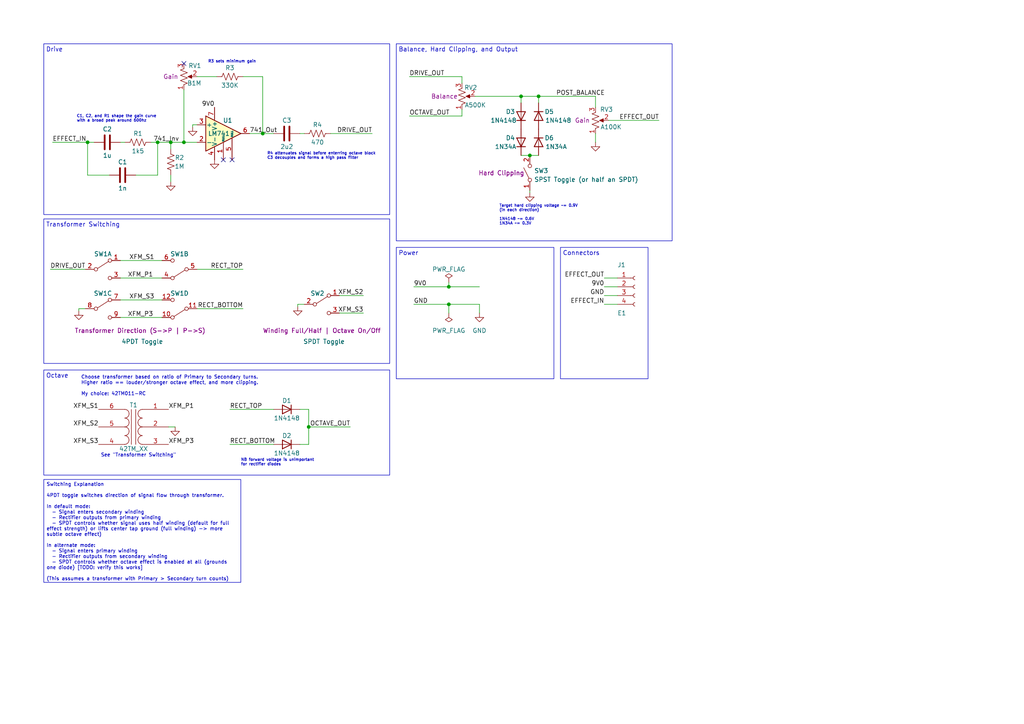
<source format=kicad_sch>
(kicad_sch (version 20230121) (generator eeschema)
  (paper "A4")
  (title_block (title "Ensemble fuzz effect") (date "2023-03-19") (rev "v0.021") (comment 1 "github.com/whbeers/ensemble"))
  (lib_symbols
    (symbol "Amplifier_Operational:LM741" (pin_names (offset 0.127))
      (property "Reference" "U" (at 0 6.35 0))
      (property "Value" "LM741" (at 0 3.81 0))
      (symbol "LM741_0_1"
        (polyline (pts (xy -5.08 5.08) (xy 5.08 0) (xy -5.08 -5.08) (xy -5.08 5.08)) (stroke (width 0.254)) (fill (type background)))
      )
      (symbol "LM741_1_1"
        (pin input line (at 0 -7.62 90) (length 5.08) (name "NULL") (number "1"))
        (pin input line (at -7.62 -2.54 0) (length 2.54) (name "-") (number "2"))
        (pin input line (at -7.62 2.54 0) (length 2.54) (name "+") (number "3"))
        (pin power_in line (at -2.54 -7.62 90) (length 3.81) (name "V-") (number "4"))
        (pin input line (at 2.54 -7.62 90) (length 6.35) (name "NULL") (number "5"))
        (pin output line (at 7.62 0 180) (length 2.54) (name "~") (number "6"))
        (pin power_in line (at -2.54 7.62 270) (length 3.81) (name "V+") (number "7"))
        (pin no_connect line (at 0 2.54 270) (length 2.54) hide (name "NC") (number "8"))
      )
    )
    (symbol "Connector:Conn_01x04_Socket" (pin_names (offset 1.016) hide)
      (property "Reference" "J" (at 0 5.08 0))
      (property "Value" "Conn_01x04_Socket" (at 0 -7.62 0))
      (symbol "Conn_01x04_Socket_1_1"
        (arc (start 0 -4.572) (mid -0.5058 -5.08) (end 0 -5.588) (stroke (width 0.1524)))
        (arc (start 0 -2.032) (mid -0.5058 -2.54) (end 0 -3.048) (stroke (width 0.1524)))
        (polyline (pts (xy -1.27 -5.08) (xy -0.508 -5.08)) (stroke (width 0.1524)))
        (polyline (pts (xy -1.27 -2.54) (xy -0.508 -2.54)) (stroke (width 0.1524)))
        (polyline (pts (xy -1.27 0) (xy -0.508 0)) (stroke (width 0.1524)))
        (polyline (pts (xy -1.27 2.54) (xy -0.508 2.54)) (stroke (width 0.1524)))
        (arc (start 0 0.508) (mid -0.5058 0) (end 0 -0.508) (stroke (width 0.1524)))
        (arc (start 0 3.048) (mid -0.5058 2.54) (end 0 2.032) (stroke (width 0.1524)))
        (pin passive line (at -5.08 2.54 0) (length 3.81) (name "Pin_1") (number "1"))
        (pin passive line (at -5.08 0 0) (length 3.81) (name "Pin_2") (number "2"))
        (pin passive line (at -5.08 -2.54 0) (length 3.81) (name "Pin_3") (number "3"))
        (pin passive line (at -5.08 -5.08 0) (length 3.81) (name "Pin_4") (number "4"))
      )
    )
    (symbol "Device:C" (pin_numbers hide) (pin_names (offset 0.254))
      (property "Reference" "C" (at 0.635 2.54 0))
      (property "Value" "C" (at 0.635 -2.54 0))
      (symbol "C_0_1"
        (polyline (pts (xy -2.032 -0.762) (xy 2.032 -0.762)) (stroke (width 0.508)))
        (polyline (pts (xy -2.032 0.762) (xy 2.032 0.762)) (stroke (width 0.508)))
      )
      (symbol "C_1_1"
        (pin passive line (at 0 3.81 270) (length 2.794) (name "~") (number "1"))
        (pin passive line (at 0 -3.81 90) (length 2.794) (name "~") (number "2"))
      )
    )
    (symbol "Device:D" (pin_numbers hide) (pin_names (offset 1.016) hide)
      (property "Reference" "D" (at 0 2.54 0))
      (property "Value" "D" (at 0 -2.54 0))
      (symbol "D_0_1"
        (polyline (pts (xy -1.27 1.27) (xy -1.27 -1.27)) (stroke (width 0.254)))
        (polyline (pts (xy 1.27 0) (xy -1.27 0)))
        (polyline (pts (xy 1.27 1.27) (xy 1.27 -1.27) (xy -1.27 0) (xy 1.27 1.27)) (stroke (width 0.254)))
      )
      (symbol "D_1_1"
        (pin passive line (at -3.81 0 0) (length 2.54) (name "K") (number "1"))
        (pin passive line (at 3.81 0 180) (length 2.54) (name "A") (number "2"))
      )
    )
    (symbol "Device:R_Potentiometer_US" (pin_names (offset 1.016) hide)
      (property "Reference" "RV" (at -4.445 0 90))
      (property "Value" "R_Potentiometer_US" (at -2.54 0 90))
      (symbol "R_Potentiometer_US_0_1"
        (polyline (pts (xy 0 -2.286) (xy 0 -2.54)))
        (polyline (pts (xy 0 2.54) (xy 0 2.286)))
        (polyline (pts (xy 2.54 0) (xy 1.524 0)))
        (polyline (pts (xy 1.143 0) (xy 2.286 0.508) (xy 2.286 -0.508) (xy 1.143 0)) (fill (type outline)))
        (polyline (pts (xy 0 -0.762) (xy 1.016 -1.143) (xy 0 -1.524) (xy -1.016 -1.905) (xy 0 -2.286)))
        (polyline (pts (xy 0 0.762) (xy 1.016 0.381) (xy 0 0) (xy -1.016 -0.381) (xy 0 -0.762)))
        (polyline (pts (xy 0 2.286) (xy 1.016 1.905) (xy 0 1.524) (xy -1.016 1.143) (xy 0 0.762)))
      )
      (symbol "R_Potentiometer_US_1_1"
        (pin passive line (at 0 3.81 270) (length 1.27) (name "1") (number "1"))
        (pin passive line (at 3.81 0 180) (length 1.27) (name "2") (number "2"))
        (pin passive line (at 0 -3.81 90) (length 1.27) (name "3") (number "3"))
      )
    )
    (symbol "Device:R_US" (pin_numbers hide) (pin_names (offset 0))
      (property "Reference" "R" (at 2.54 0 90))
      (property "Value" "R_US" (at -2.54 0 90))
      (symbol "R_US_0_1"
        (polyline (pts (xy 0 -2.286) (xy 0 -2.54)))
        (polyline (pts (xy 0 2.286) (xy 0 2.54)))
        (polyline (pts (xy 0 -0.762) (xy 1.016 -1.143) (xy 0 -1.524) (xy -1.016 -1.905) (xy 0 -2.286)))
        (polyline (pts (xy 0 0.762) (xy 1.016 0.381) (xy 0 0) (xy -1.016 -0.381) (xy 0 -0.762)))
        (polyline (pts (xy 0 2.286) (xy 1.016 1.905) (xy 0 1.524) (xy -1.016 1.143) (xy 0 0.762)))
      )
      (symbol "R_US_1_1"
        (pin passive line (at 0 3.81 270) (length 1.27) (name "~") (number "1"))
        (pin passive line (at 0 -3.81 90) (length 1.27) (name "~") (number "2"))
      )
    )
    (symbol "SW_4PDT_1" (pin_names hide)
      (property "Reference" "SW" (at 0 -2.54 0))
      (symbol "SW_4PDT_1_0_0"
        (circle (center -0.762 2.54) (radius 0.508))
        (circle (center 3.302 0) (radius 0.508))
      )
      (symbol "SW_4PDT_1_0_1"
        (polyline (pts (xy -0.254 2.794) (xy 2.921 4.826)))
        (circle (center 3.302 5.08) (radius 0.508))
      )
      (symbol "SW_4PDT_1_1_1"
        (pin passive line (at 6.35 5.08 180) (length 2.54) (name "A1") (number "1"))
        (pin passive line (at -3.81 2.54 0) (length 2.54) (name "A2") (number "2"))
        (pin passive line (at 6.35 0 180) (length 2.54) (name "A3") (number "3"))
      )
      (symbol "SW_4PDT_1_2_0"
        (pin passive line (at 6.35 5.08 180) (length 2.54) (name "B1") (number "4"))
        (pin passive line (at -3.81 2.54 0) (length 2.54) (name "B2") (number "5"))
        (pin passive line (at 6.35 0 180) (length 2.54) (name "B3") (number "6"))
      )
      (symbol "SW_4PDT_1_3_0"
        (pin passive line (at 6.35 5.08 180) (length 2.54) (name "C1") (number "7"))
        (pin passive line (at -3.81 2.54 0) (length 2.54) (name "C2") (number "8"))
        (pin passive line (at 6.35 0 180) (length 2.54) (name "C3") (number "9"))
      )
      (symbol "SW_4PDT_1_4_0"
        (pin passive line (at 6.35 5.08 180) (length 2.54) (name "D1") (number "10"))
        (pin passive line (at -3.81 2.54 0) (length 2.54) (name "D2") (number "11"))
        (pin passive line (at 6.35 0 180) (length 2.54) (name "D3") (number "12"))
      )
    )
    (symbol "SW_4PDT_2" (pin_names hide)
      (property "Reference" "SW" (at 0 -2.54 0))
      (symbol "SW_4PDT_2_0_0"
        (circle (center -0.762 2.54) (radius 0.508))
        (circle (center 3.302 0) (radius 0.508))
      )
      (symbol "SW_4PDT_2_0_1"
        (polyline (pts (xy -0.254 2.794) (xy 2.921 4.826)))
        (circle (center 3.302 5.08) (radius 0.508))
      )
      (symbol "SW_4PDT_2_1_1"
        (pin passive line (at 6.35 5.08 180) (length 2.54) (name "A1") (number "1"))
        (pin passive line (at -3.81 2.54 0) (length 2.54) (name "A2") (number "2"))
        (pin passive line (at 6.35 0 180) (length 2.54) (name "A3") (number "3"))
      )
      (symbol "SW_4PDT_2_2_0"
        (pin passive line (at 6.35 5.08 180) (length 2.54) (name "B1") (number "4"))
        (pin passive line (at -3.81 2.54 0) (length 2.54) (name "B2") (number "5"))
        (pin passive line (at 6.35 0 180) (length 2.54) (name "B3") (number "6"))
      )
      (symbol "SW_4PDT_2_3_0"
        (pin passive line (at 6.35 5.08 180) (length 2.54) (name "C1") (number "7"))
        (pin passive line (at -3.81 2.54 0) (length 2.54) (name "C2") (number "8"))
        (pin passive line (at 6.35 0 180) (length 2.54) (name "C3") (number "9"))
      )
      (symbol "SW_4PDT_2_4_0"
        (pin passive line (at 6.35 5.08 180) (length 2.54) (name "D1") (number "10"))
        (pin passive line (at -3.81 2.54 0) (length 2.54) (name "D2") (number "11"))
        (pin passive line (at 6.35 0 180) (length 2.54) (name "D3") (number "12"))
      )
    )
    (symbol "SW_4PDT_3" (pin_names hide)
      (property "Reference" "SW" (at 0 -2.54 0))
      (symbol "SW_4PDT_3_0_0"
        (circle (center -0.762 2.54) (radius 0.508))
        (circle (center 3.302 0) (radius 0.508))
      )
      (symbol "SW_4PDT_3_0_1"
        (polyline (pts (xy -0.254 2.794) (xy 2.921 4.826)))
        (circle (center 3.302 5.08) (radius 0.508))
      )
      (symbol "SW_4PDT_3_1_1"
        (pin passive line (at 6.35 5.08 180) (length 2.54) (name "A1") (number "1"))
        (pin passive line (at -3.81 2.54 0) (length 2.54) (name "A2") (number "2"))
        (pin passive line (at 6.35 0 180) (length 2.54) (name "A3") (number "3"))
      )
      (symbol "SW_4PDT_3_2_0"
        (pin passive line (at 6.35 5.08 180) (length 2.54) (name "B1") (number "4"))
        (pin passive line (at -3.81 2.54 0) (length 2.54) (name "B2") (number "5"))
        (pin passive line (at 6.35 0 180) (length 2.54) (name "B3") (number "6"))
      )
      (symbol "SW_4PDT_3_3_0"
        (pin passive line (at 6.35 5.08 180) (length 2.54) (name "C1") (number "7"))
        (pin passive line (at -3.81 2.54 0) (length 2.54) (name "C2") (number "8"))
        (pin passive line (at 6.35 0 180) (length 2.54) (name "C3") (number "9"))
      )
      (symbol "SW_4PDT_3_4_0"
        (pin passive line (at 6.35 5.08 180) (length 2.54) (name "D1") (number "10"))
        (pin passive line (at -3.81 2.54 0) (length 2.54) (name "D2") (number "11"))
        (pin passive line (at 6.35 0 180) (length 2.54) (name "D3") (number "12"))
      )
    )
    (symbol "Switch:SW_SPDT" (pin_names (offset 0) hide)
      (property "Reference" "SW" (at 0 4.318 0))
      (property "Value" "SW_SPDT" (at 0 -5.08 0))
      (symbol "SW_SPDT_0_0"
        (circle (center -2.032 0) (radius 0.508))
        (circle (center 2.032 -2.54) (radius 0.508))
      )
      (symbol "SW_SPDT_0_1"
        (polyline (pts (xy -1.524 0.254) (xy 1.651 2.286)))
        (circle (center 2.032 2.54) (radius 0.508))
      )
      (symbol "SW_SPDT_1_1"
        (pin passive line (at 5.08 2.54 180) (length 2.54) (name "A") (number "1"))
        (pin passive line (at -5.08 0 0) (length 2.54) (name "B") (number "2"))
        (pin passive line (at 5.08 -2.54 180) (length 2.54) (name "C") (number "3"))
      )
    )
    (symbol "Switch:SW_SPST" (pin_names (offset 0) hide)
      (property "Reference" "SW" (at 0 3.175 0))
      (property "Value" "SW_SPST" (at 0 -2.54 0))
      (symbol "SW_SPST_0_0"
        (circle (center -2.032 0) (radius 0.508))
        (polyline (pts (xy -1.524 0.254) (xy 1.524 1.778)))
        (circle (center 2.032 0) (radius 0.508))
      )
      (symbol "SW_SPST_1_1"
        (pin passive line (at -5.08 0 0) (length 2.54) (name "A") (number "1"))
        (pin passive line (at 5.08 0 180) (length 2.54) (name "B") (number "2"))
      )
    )
    (symbol "ensemble:SW_4PDT" (pin_names hide)
      (property "Reference" "SW" (at 0 -2.54 0))
      (symbol "SW_4PDT_0_0"
        (circle (center -0.762 2.54) (radius 0.508))
        (circle (center 3.302 0) (radius 0.508))
      )
      (symbol "SW_4PDT_0_1"
        (polyline (pts (xy -0.254 2.794) (xy 2.921 4.826)))
        (circle (center 3.302 5.08) (radius 0.508))
      )
      (symbol "SW_4PDT_1_1"
        (pin passive line (at 6.35 5.08 180) (length 2.54) (name "A1") (number "1"))
        (pin passive line (at -3.81 2.54 0) (length 2.54) (name "A2") (number "2"))
        (pin passive line (at 6.35 0 180) (length 2.54) (name "A3") (number "3"))
      )
      (symbol "SW_4PDT_2_0"
        (pin passive line (at 6.35 5.08 180) (length 2.54) (name "B1") (number "4"))
        (pin passive line (at -3.81 2.54 0) (length 2.54) (name "B2") (number "5"))
        (pin passive line (at 6.35 0 180) (length 2.54) (name "B3") (number "6"))
      )
      (symbol "SW_4PDT_3_0"
        (pin passive line (at 6.35 5.08 180) (length 2.54) (name "C1") (number "7"))
        (pin passive line (at -3.81 2.54 0) (length 2.54) (name "C2") (number "8"))
        (pin passive line (at 6.35 0 180) (length 2.54) (name "C3") (number "9"))
      )
      (symbol "SW_4PDT_4_0"
        (pin passive line (at 6.35 5.08 180) (length 2.54) (name "D1") (number "10"))
        (pin passive line (at -3.81 2.54 0) (length 2.54) (name "D2") (number "11"))
        (pin passive line (at 6.35 0 180) (length 2.54) (name "D3") (number "12"))
      )
    )
    (symbol "ensemble:Transformer_SP_SS" (pin_names hide)
      (property "Reference" "T" (at 0 0 0))
      (property "Value" "Transformer_SP_SS" (at 0 15.24 0))
      (symbol "Transformer_SP_SS_0_1"
        (arc (start -2.54 2.5654) (mid -1.6561 2.9337) (end -1.27 3.81))
        (arc (start -2.54 5.1054) (mid -1.6561 5.4737) (end -1.27 6.35))
        (arc (start -2.54 7.6454) (mid -1.6561 8.0137) (end -1.27 8.89))
        (arc (start -2.54 10.1854) (mid -1.6561 10.5537) (end -1.27 11.43))
        (arc (start -1.27 3.81) (mid -1.642 4.708) (end -2.54 5.08))
        (arc (start -1.27 6.35) (mid -1.642 7.248) (end -2.54 7.62))
        (arc (start -1.27 8.89) (mid -1.642 9.788) (end -2.54 10.16))
        (arc (start -1.27 11.43) (mid -1.642 12.328) (end -2.54 12.7))
        (polyline (pts (xy -0.635 12.7) (xy -0.635 2.54)))
        (polyline (pts (xy 0.635 2.54) (xy 0.635 12.7)))
        (arc (start 1.2954 6.35) (mid 1.6599 5.4699) (end 2.54 5.1054))
        (arc (start 1.2954 8.89) (mid 1.6599 8.0099) (end 2.54 7.6454))
        (arc (start 1.2954 11.43) (mid 1.6599 10.5499) (end 2.54 10.1854))
        (arc (start 1.3208 3.81) (mid 1.6854 2.9301) (end 2.5654 2.5654))
        (arc (start 2.54 7.62) (mid 1.6458 7.2515) (end 1.2954 6.35))
        (arc (start 2.54 10.16) (mid 1.6458 9.7915) (end 1.2954 8.89))
        (arc (start 2.54 12.7) (mid 1.6458 12.3315) (end 1.2954 11.43))
        (arc (start 2.5654 5.08) (mid 1.6709 4.7117) (end 1.3208 3.81))
      )
      (symbol "Transformer_SP_SS_1_1"
        (pin passive line (at -10.16 12.7 0) (length 7.62) (name "AA") (number "1"))
        (pin passive line (at -10.16 7.62 0) (length 7.62) (name "AC") (number "2"))
        (pin passive line (at -10.16 2.54 0) (length 7.62) (name "AB") (number "3"))
        (pin passive line (at 10.16 2.54 180) (length 7.62) (name "SA") (number "4"))
        (pin passive line (at 10.16 7.62 180) (length 7.62) (name "SC") (number "5"))
        (pin passive line (at 10.16 12.7 180) (length 7.62) (name "SB") (number "6"))
      )
    )
    (symbol "power:GND" (power) (pin_names (offset 0))
      (property "Value" "GND" (at 0 -3.81 0))
      (symbol "GND_0_1"
        (polyline (pts (xy 0 0) (xy 0 -1.27) (xy 1.27 -1.27) (xy 0 -2.54) (xy -1.27 -1.27) (xy 0 -1.27)))
      )
      (symbol "GND_1_1"
        (pin power_in line (at 0 0 270) (length 0) hide (name "GND") (number "1"))
      )
    )
    (symbol "power:PWR_FLAG" (power) (pin_numbers hide) (pin_names (offset 0) hide)
      (property "Value" "PWR_FLAG" (at 0 3.81 0))
      (symbol "PWR_FLAG_0_0"
        (pin power_out line (at 0 0 90) (length 0) (name "pwr") (number "1"))
      )
      (symbol "PWR_FLAG_0_1"
        (polyline (pts (xy 0 0) (xy 0 1.27) (xy -1.016 1.905) (xy 0 2.54) (xy 1.016 1.905) (xy 0 1.27)))
      )
    )
  )
  (junction (at 53.34 41.275))
  (junction (at 130.175 83.185))
  (junction (at 76.2 38.735))
  (junction (at 156.21 27.94))
  (junction (at 130.175 88.265))
  (junction (at 89.535 123.825))
  (junction (at 151.13 27.94))
  (junction (at 153.67 45.085))
  (junction (at 49.53 41.275))
  (junction (at 45.72 41.275))
  (junction (at 25.4 41.275))
  (no_connect (at 53.34 18.415))
  (no_connect (at 64.77 46.355))
  (no_connect (at 67.31 46.355))
  (wire (pts (xy 139.065 88.265) (xy 139.065 90.805)))
  (wire (pts (xy 70.485 89.535) (xy 57.15 89.535)))
  (wire (pts (xy 153.67 55.245) (xy 153.67 55.88)))
  (wire (pts (xy 49.53 41.275) (xy 49.53 43.18)))
  (wire (pts (xy 45.72 41.275) (xy 49.53 41.275)))
  (wire (pts (xy 130.175 88.265) (xy 130.175 90.805)))
  (wire (pts (xy 151.13 27.94) (xy 151.13 29.845)))
  (wire (pts (xy 57.15 78.105) (xy 70.485 78.105)))
  (wire (pts (xy 175.26 85.725) (xy 179.07 85.725)))
  (wire (pts (xy 172.72 27.94) (xy 172.72 31.115)))
  (wire (pts (xy 175.26 88.265) (xy 179.07 88.265)))
  (wire (pts (xy 156.21 27.94) (xy 172.72 27.94)))
  (wire (pts (xy 66.675 118.745) (xy 79.375 118.745)))
  (wire (pts (xy 25.4 41.275) (xy 15.24 41.275)))
  (wire (pts (xy 133.985 24.13) (xy 133.985 22.225)))
  (wire (pts (xy 175.26 80.645) (xy 179.07 80.645)))
  (wire (pts (xy 48.895 123.825) (xy 50.8 123.825)))
  (wire (pts (xy 53.34 41.275) (xy 57.15 41.275)))
  (wire (pts (xy 25.4 50.8) (xy 31.75 50.8)))
  (wire (pts (xy 14.605 78.105) (xy 24.765 78.105)))
  (wire (pts (xy 130.175 81.915) (xy 130.175 83.185)))
  (wire (pts (xy 53.34 26.035) (xy 53.34 41.275)))
  (wire (pts (xy 57.15 22.225) (xy 62.865 22.225)))
  (wire (pts (xy 89.535 123.825) (xy 89.535 128.905)))
  (wire (pts (xy 86.36 88.265) (xy 86.36 88.9)))
  (wire (pts (xy 151.13 27.94) (xy 156.21 27.94)))
  (wire (pts (xy 105.41 90.805) (xy 98.425 90.805)))
  (wire (pts (xy 72.39 38.735) (xy 76.2 38.735)))
  (wire (pts (xy 120.015 88.265) (xy 130.175 88.265)))
  (wire (pts (xy 130.175 88.265) (xy 139.065 88.265)))
  (wire (pts (xy 118.745 33.655) (xy 133.985 33.655)))
  (wire (pts (xy 34.925 80.645) (xy 46.99 80.645)))
  (wire (pts (xy 39.37 50.8) (xy 45.72 50.8)))
  (wire (pts (xy 45.72 50.8) (xy 45.72 41.275)))
  (wire (pts (xy 76.2 38.735) (xy 76.2 22.225)))
  (wire (pts (xy 43.815 41.275) (xy 45.72 41.275)))
  (wire (pts (xy 176.53 34.925) (xy 191.135 34.925)))
  (wire (pts (xy 89.535 123.825) (xy 101.6 123.825)))
  (wire (pts (xy 130.175 83.185) (xy 139.065 83.185)))
  (wire (pts (xy 172.72 38.735) (xy 172.72 41.275)))
  (wire (pts (xy 86.995 118.745) (xy 89.535 118.745)))
  (wire (pts (xy 86.36 88.265) (xy 88.265 88.265)))
  (wire (pts (xy 49.53 41.275) (xy 53.34 41.275)))
  (wire (pts (xy 120.015 83.185) (xy 130.175 83.185)))
  (wire (pts (xy 89.535 128.905) (xy 86.995 128.905)))
  (wire (pts (xy 89.535 118.745) (xy 89.535 123.825)))
  (wire (pts (xy 76.2 38.735) (xy 79.375 38.735)))
  (wire (pts (xy 153.67 45.085) (xy 156.21 45.085)))
  (wire (pts (xy 105.41 85.725) (xy 98.425 85.725)))
  (wire (pts (xy 175.26 83.185) (xy 179.07 83.185)))
  (wire (pts (xy 70.485 22.225) (xy 76.2 22.225)))
  (wire (pts (xy 66.675 128.905) (xy 79.375 128.905)))
  (wire (pts (xy 25.4 41.275) (xy 27.305 41.275)))
  (wire (pts (xy 22.86 89.535) (xy 22.86 90.17)))
  (wire (pts (xy 55.88 36.195) (xy 55.88 36.83)))
  (wire (pts (xy 22.86 89.535) (xy 24.765 89.535)))
  (wire (pts (xy 57.15 36.195) (xy 55.88 36.195)))
  (wire (pts (xy 95.885 38.735) (xy 107.95 38.735)))
  (wire (pts (xy 49.53 50.8) (xy 49.53 52.705)))
  (wire (pts (xy 34.925 92.075) (xy 46.99 92.075)))
  (wire (pts (xy 34.925 86.995) (xy 46.99 86.995)))
  (wire (pts (xy 34.925 75.565) (xy 46.99 75.565)))
  (wire (pts (xy 86.995 38.735) (xy 88.265 38.735)))
  (wire (pts (xy 137.795 27.94) (xy 151.13 27.94)))
  (wire (pts (xy 151.13 45.085) (xy 153.67 45.085)))
  (wire (pts (xy 25.4 50.8) (xy 25.4 41.275)))
  (wire (pts (xy 156.21 27.94) (xy 156.21 29.845)))
  (wire (pts (xy 133.985 31.75) (xy 133.985 33.655)))
  (wire (pts (xy 34.925 41.275) (xy 36.195 41.275)))
  (wire (pts (xy 118.745 22.225) (xy 133.985 22.225)))
  (rectangle (start 114.935 12.7) (end 194.945 69.85))
  (rectangle (start 12.7 63.5) (end 113.03 105.41))
  (rectangle (start 162.56 71.755) (end 187.96 109.855))
  (rectangle (start 114.935 71.755) (end 160.655 109.855))
  (rectangle (start 12.7 107.315) (end 113.03 137.795))
  (rectangle (start 12.7 12.7) (end 113.03 62.23))
  (text_box "Switching Explanation\n\n4PDT toggle switches direction of signal flow through transformer.\n\nIn default mode:\n  - Signal enters secondary winding\n  - Rectifier outputs from primary winding\n  - SPDT controls whether signal uses half winding (default for full effect strength) or lifts center tap ground (full winding) -> more subtle octave effect)\n\nIn alternate mode:\n  - Signal enters primary winding\n  - Rectifier outputs from secondary winding\n  - SPDT controls whether octave effect is enabled at all (grounds one diode) [TODO: verify this works]\n\n(This assumes a transformer with Primary > Secondary turn counts)" (at 12.7 139.065 0) (size 57.15 29.845) (effects (font (size 1 1)) (justify left top)))
  (text "Transformer Switching" (at 13.335 66.04 0) (effects (font (size 1.27 1.27)) (justify left bottom)))
  (text "Target hard clipping voltage ~= 0.9V\n(in each direction)\n\n1N4148 ~= 0.6V\n1N34A ~= 0.3V" (at 144.78 65.405 0) (effects (font (size 0.8 0.8)) (justify left bottom)))
  (text "Choose transformer based on ratio of Primary to Secondary turns.\nHigher ratio == louder/stronger octave effect, and more clipping.\n\nMy choice: 42TM011-RC " (at 23.495 114.935 0) (effects (font (size 1 1)) (justify left bottom)))
  (text "See \"Transformer Switching\"" (at 29.21 132.715 0) (effects (font (size 1 1)) (justify left bottom)))
  (text "Drive" (at 13.335 15.24 0) (effects (font (size 1.27 1.27)) (justify left bottom)))
  (text "C1, C2, and R1 shape the gain curve\nwith a broad peak around 600hz" (at 22.225 35.56 0) (effects (font (size 0.8 0.8)) (justify left bottom)))
  (text "R4 attenuates signal before enterring octave block\nC3 decouples and forms a high pass filter" (at 77.47 46.355 0) (effects (font (size 0.8 0.8)) (justify left bottom)))
  (text "Balance, Hard Clipping, and Output" (at 115.57 15.24 0) (effects (font (size 1.27 1.27)) (justify left bottom)))
  (text "Power" (at 115.57 74.295 0) (effects (font (size 1.27 1.27)) (justify left bottom)))
  (text "R3 sets minimum gain" (at 60.325 18.415 0) (effects (font (size 0.8 0.8)) (justify left bottom)))
  (text "NB forward voltage is unimportant\nfor rectifier diodes" (at 69.85 135.255 0) (effects (font (size 0.8 0.8)) (justify left bottom)))
  (text "Octave" (at 13.335 109.855 0) (effects (font (size 1.27 1.27)) (justify left bottom)))
  (text "Connectors" (at 163.195 74.295 0) (effects (font (size 1.27 1.27)) (justify left bottom)))
  (label "GND" (at 120.015 88.265 0))
  (label "XFM_S1" (at 37.465 75.565 0))
  (label "XFM_S3" (at 28.575 128.905 180))
  (label "RECT_BOTTOM" (at 70.485 89.535 180))
  (label "OCTAVE_OUT" (at 118.745 33.655 0))
  (label "XFM_S1" (at 28.575 118.745 180))
  (label "DRIVE_OUT" (at 118.745 22.225 0))
  (label "741_Out" (at 72.39 38.735 0))
  (label "XFM_P3" (at 44.45 92.075 180))
  (label "DRIVE_OUT" (at 14.605 78.105 0))
  (label "741_Inv" (at 44.45 41.275 0))
  (label "RECT_TOP" (at 70.485 78.105 180))
  (label "9V0" (at 120.015 83.185 0))
  (label "RECT_TOP" (at 66.675 118.745 0))
  (label "RECT_BOTTOM" (at 66.675 128.905 0))
  (label "XFM_P1" (at 48.895 118.745 0))
  (label "EFFECT_OUT" (at 191.135 34.925 180))
  (label "XFM_S3" (at 37.465 86.995 0))
  (label "XFM_S3" (at 105.41 90.805 180))
  (label "XFM_S2" (at 28.575 123.825 180))
  (label "OCTAVE_OUT" (at 101.6 123.825 180))
  (label "XFM_P3" (at 48.895 128.905 0))
  (label "XFM_S2" (at 105.41 85.725 180))
  (label "EFFECT_IN" (at 15.24 41.275 0))
  (label "EFFECT_IN" (at 175.26 88.265 180))
  (label "EFFECT_OUT" (at 175.26 80.645 180))
  (label "XFM_P1" (at 44.45 80.645 180))
  (label "9V0" (at 62.23 31.115 180))
  (label "POST_BALANCE" (at 161.29 27.94 0))
  (label "GND" (at 175.26 85.725 180))
  (label "9V0" (at 175.26 83.185 180))
  (label "DRIVE_OUT" (at 107.95 38.735 180))
  (symbol (lib_id "power:GND") (at 50.8 123.825 0) (unit 1)
    (property "Reference" "#PWR03" (effects hide))
    (property "Value" "GND" (effects hide))
  )
  (symbol (lib_id "ensemble:SW_4PDT") (at 53.34 86.995 180) (unit 4)
    (property "Reference" "SW1" (at 52.07 85.09 0))
    (property "Value" "4PDT Toggle" (effects hide))
    (property "Footprint" "ensemble:SW_4PDT_SOLDER_LUGS" (effects hide))
    (property "Label" "Transformer Direction (S->P | P->S)" (effects hide))
  )
  (symbol (lib_id "Device:D") (at 83.185 128.905 180) (unit 1)
    (property "Reference" "D2" (at 83.185 126.365 0))
    (property "Value" "1N4148" (at 83.185 131.445 0))
    (property "Footprint" "Diode_THT:D_DO-35_SOD27_P7.62mm_Horizontal" (effects hide))
    (property "Sim.Device" "D" (effects hide))
    (property "Sim.Pins" "1=K 2=A" (effects hide))
  )
  (symbol (lib_id "power:GND") (at 139.065 90.805 0) (unit 1)
    (property "Reference" "#PWR07" (effects hide))
    (property "Value" "GND" (at 139.065 95.885 0))
  )
  (symbol (lib_id "Device:R_Potentiometer_US") (at 172.72 34.925 0) (mirror x) (unit 1)
    (property "Reference" "RV3" (at 177.8 31.75 0) (effects (justify right)))
    (property "Value" "A100K" (at 180.34 36.83 0) (effects (justify right)))
    (property "Footprint" "ensemble:Potentiometer_Single_3_Horizontal" (effects hide))
    (property "Label" "Gain" (at 168.91 34.925 0))
  )
  (symbol (lib_id "Device:R_Potentiometer_US") (at 133.985 27.94 0) (mirror x) (unit 1)
    (property "Reference" "RV2" (at 138.43 25.4 0) (effects (justify right)))
    (property "Value" "A500K" (at 140.97 30.48 0) (effects (justify right)))
    (property "Footprint" "ensemble:Potentiometer_Single_3_Horizontal" (effects hide))
    (property "Label" "Balance" (at 128.905 27.94 0))
  )
  (symbol (lib_id "Device:D") (at 156.21 33.655 270) (unit 1)
    (property "Reference" "D5" (at 160.655 32.385 90) (effects (justify right)))
    (property "Value" "1N4148" (at 165.735 34.925 90) (effects (justify right)))
    (property "Footprint" "Diode_THT:D_DO-35_SOD27_P7.62mm_Horizontal" (effects hide))
    (property "Sim.Device" "D" (effects hide))
    (property "Sim.Pins" "1=K 2=A" (effects hide))
  )
  (symbol (lib_id "ensemble:Transformer_SP_SS") (at 38.735 131.445 0) (mirror y) (unit 1)
    (property "Reference" "T1" (at 38.735 117.475 0))
    (property "Value" "42TM_XX" (at 38.735 130.175 0))
    (property "Footprint" "ensemble:Transformer_42TM" (effects hide))
    (property "Datasheet" "https://www.mouser.com/datasheet/2/449/XC-600134-1212477.pdf" (effects hide))
  )
  (symbol (lib_id "power:GND") (at 55.88 36.83 0) (unit 1)
    (property "Reference" "#PWR04" (effects hide))
    (property "Value" "GND" (effects hide))
  )
  (symbol (lib_id "power:PWR_FLAG") (at 130.175 81.915 0) (unit 1)
    (property "Reference" "#FLG01" (effects hide))
    (property "Value" "PWR_FLAG" (at 130.175 78.105 0))
  )
  (symbol (lib_id "Device:C") (at 83.185 38.735 90) (unit 1)
    (property "Reference" "C3" (at 83.185 34.925 90))
    (property "Value" "2u2" (at 83.185 42.545 90))
    (property "Footprint" "Capacitor_THT:C_Disc_D4.3mm_W1.9mm_P5.00mm" (effects hide))
  )
  (symbol (lib_id "power:GND") (at 172.72 41.275 0) (unit 1)
    (property "Reference" "#PWR09" (effects hide))
    (property "Value" "GND" (effects hide))
  )
  (symbol (lib_id "Device:C") (at 35.56 50.8 90) (unit 1)
    (property "Reference" "C1" (at 35.56 46.99 90))
    (property "Value" "1n" (at 35.56 54.61 90))
    (property "Footprint" "Capacitor_THT:C_Disc_D4.3mm_W1.9mm_P5.00mm" (effects hide))
  )
  (symbol (lib_id "power:GND") (at 62.23 46.355 0) (unit 1)
    (property "Reference" "#PWR05" (effects hide))
    (property "Value" "GND" (effects hide))
  )
  (symbol (lib_id "Device:R_US") (at 49.53 46.99 180) (unit 1)
    (property "Reference" "R2" (at 52.07 45.72 0))
    (property "Value" "1M" (at 52.07 48.26 0))
    (property "Footprint" "Resistor_THT:R_Axial_DIN0207_L6.3mm_D2.5mm_P7.62mm_Horizontal" (effects hide))
  )
  (symbol (lib_id "Device:D") (at 151.13 41.275 90) (unit 1)
    (property "Reference" "D4" (at 146.685 40.005 90) (effects (justify right)))
    (property "Value" "1N34A" (at 143.51 42.545 90) (effects (justify right)))
    (property "Footprint" "Diode_THT:D_DO-35_SOD27_P7.62mm_Horizontal" (effects hide))
    (property "Sim.Device" "D" (effects hide))
    (property "Sim.Pins" "1=K 2=A" (effects hide))
  )
  (symbol (lib_name "SW_4PDT_1") (lib_id "ensemble:SW_4PDT") (at 28.575 80.645 0) (unit 1)
    (property "Reference" "SW1" (at 29.845 73.66 0))
    (property "Value" "4PDT Toggle" (at 41.275 99.06 0))
    (property "Footprint" "ensemble:SW_4PDT_SOLDER_LUGS" (effects hide))
    (property "Label" "Transformer Direction (S->P | P->S)" (at 40.64 95.885 0))
  )
  (symbol (lib_id "Amplifier_Operational:LM741") (at 64.77 38.735 0) (unit 1)
    (property "Reference" "U1" (at 66.04 34.925 0))
    (property "Value" "LM741" (at 63.5 38.735 0))
    (property "Footprint" "Package_DIP:DIP-8_W7.62mm_Socket" (effects hide))
    (property "Datasheet" "http://www.ti.com/lit/ds/symlink/lm741.pdf" (effects hide))
  )
  (symbol (lib_id "power:PWR_FLAG") (at 130.175 90.805 180) (unit 1)
    (property "Reference" "#FLG02" (effects hide))
    (property "Value" "PWR_FLAG" (at 130.175 95.885 0))
  )
  (symbol (lib_id "Device:D") (at 156.21 41.275 270) (unit 1)
    (property "Reference" "D6" (at 160.655 40.005 90) (effects (justify right)))
    (property "Value" "1N34A" (at 164.465 42.545 90) (effects (justify right)))
    (property "Footprint" "Diode_THT:D_DO-35_SOD27_P7.62mm_Horizontal" (effects hide))
    (property "Sim.Device" "D" (effects hide))
    (property "Sim.Pins" "1=K 2=A" (effects hide))
  )
  (symbol (lib_name "SW_4PDT_2") (lib_id "ensemble:SW_4PDT") (at 53.34 75.565 180) (unit 2)
    (property "Reference" "SW1" (at 52.07 73.66 0))
    (property "Value" "4PDT Toggle" (effects hide))
    (property "Footprint" "ensemble:SW_4PDT_SOLDER_LUGS" (effects hide))
    (property "Label" "Transformer Direction (S->P | P->S)" (effects hide))
  )
  (symbol (lib_id "Device:R_US") (at 40.005 41.275 270) (unit 1)
    (property "Reference" "R1" (at 40.005 38.735 90))
    (property "Value" "1k5" (at 40.005 43.815 90))
    (property "Footprint" "Resistor_THT:R_Axial_DIN0207_L6.3mm_D2.5mm_P7.62mm_Horizontal" (effects hide))
  )
  (symbol (lib_id "Switch:SW_SPDT") (at 93.345 88.265 0) (unit 1)
    (property "Reference" "SW2" (at 92.075 85.09 0))
    (property "Value" "SPDT Toggle" (at 93.98 99.06 0))
    (property "Footprint" "ensemble:SW_SPDT_SOLDER_LUGS" (effects hide))
    (property "Label" "Winding Full/Half | Octave On/Off" (at 93.345 95.885 0))
  )
  (symbol (lib_id "Device:C") (at 31.115 41.275 90) (unit 1)
    (property "Reference" "C2" (at 31.115 37.465 90))
    (property "Value" "1u" (at 31.115 45.085 90))
    (property "Footprint" "Capacitor_THT:C_Disc_D4.3mm_W1.9mm_P5.00mm" (effects hide))
  )
  (symbol (lib_id "Device:R_Potentiometer_US") (at 53.34 22.225 0) (mirror x) (unit 1)
    (property "Reference" "RV1" (at 58.42 19.05 0) (effects (justify right)))
    (property "Value" "B1M" (at 58.42 24.13 0) (effects (justify right)))
    (property "Footprint" "ensemble:Potentiometer_Single_3_Horizontal" (effects hide))
    (property "Label" "Gain" (at 49.53 22.225 0))
  )
  (symbol (lib_id "power:GND") (at 153.67 55.88 0) (unit 1)
    (property "Reference" "#PWR08" (effects hide))
    (property "Value" "GND" (effects hide))
  )
  (symbol (lib_id "Connector:Conn_01x04_Socket") (at 184.15 83.185 0) (unit 1)
    (property "Reference" "J1" (at 179.07 76.835 0) (effects (justify left)))
    (property "Value" "E1" (at 179.07 90.805 0) (effects (justify left)))
    (property "Footprint" "ensemble:Molex_PicoBlade_53047-0410_1x04_P1.25mm_Vertical_with_3D_Model" (effects hide))
  )
  (symbol (lib_id "Device:D") (at 83.185 118.745 180) (unit 1)
    (property "Reference" "D1" (at 83.185 116.205 0))
    (property "Value" "1N4148" (at 83.185 121.285 0))
    (property "Footprint" "Diode_THT:D_DO-35_SOD27_P7.62mm_Horizontal" (effects hide))
    (property "Sim.Device" "D" (effects hide))
    (property "Sim.Pins" "1=K 2=A" (effects hide))
  )
  (symbol (lib_id "Device:D") (at 151.13 33.655 90) (unit 1)
    (property "Reference" "D3" (at 146.685 32.385 90) (effects (justify right)))
    (property "Value" "1N4148" (at 142.24 34.925 90) (effects (justify right)))
    (property "Footprint" "Diode_THT:D_DO-35_SOD27_P7.62mm_Horizontal" (effects hide))
    (property "Sim.Device" "D" (effects hide))
    (property "Sim.Pins" "1=K 2=A" (effects hide))
  )
  (symbol (lib_name "SW_4PDT_3") (lib_id "ensemble:SW_4PDT") (at 28.575 92.075 0) (unit 3)
    (property "Reference" "SW1" (at 29.845 85.09 0))
    (property "Value" "4PDT Toggle" (effects hide))
    (property "Footprint" "ensemble:SW_4PDT_SOLDER_LUGS" (effects hide))
    (property "Label" "Transformer Direction (S->P | P->S)" (effects hide))
  )
  (symbol (lib_id "Switch:SW_SPST") (at 153.67 50.165 90) (unit 1)
    (property "Reference" "SW3" (at 154.94 49.53 90) (effects (justify right)))
    (property "Value" "SPST Toggle (or half an SPDT)" (at 154.94 52.07 90) (effects (justify right)))
    (property "Footprint" "ensemble:SW_SPDT_SOLDER_LUGS" (effects hide))
    (property "Label" "Hard Clipping" (at 145.415 50.165 90))
  )
  (symbol (lib_id "power:GND") (at 22.86 90.17 0) (unit 1)
    (property "Reference" "#PWR01" (effects hide))
    (property "Value" "GND" (effects hide))
  )
  (symbol (lib_id "power:GND") (at 86.36 88.9 0) (unit 1)
    (property "Reference" "#PWR06" (effects hide))
    (property "Value" "GND" (effects hide))
  )
  (symbol (lib_id "Device:R_US") (at 92.075 38.735 270) (unit 1)
    (property "Reference" "R4" (at 92.075 36.195 90))
    (property "Value" "470" (at 92.075 41.275 90))
    (property "Footprint" "Resistor_THT:R_Axial_DIN0207_L6.3mm_D2.5mm_P7.62mm_Horizontal" (effects hide))
  )
  (symbol (lib_id "Device:R_US") (at 66.675 22.225 90) (unit 1)
    (property "Reference" "R3" (at 66.675 19.685 90))
    (property "Value" "330K" (at 66.675 24.765 90))
    (property "Footprint" "Resistor_THT:R_Axial_DIN0207_L6.3mm_D2.5mm_P7.62mm_Horizontal" (effects hide))
  )
  (symbol (lib_id "power:GND") (at 49.53 52.705 0) (unit 1)
    (property "Reference" "#PWR02" (effects hide))
    (property "Value" "GND" (effects hide))
  )
)
</source>
